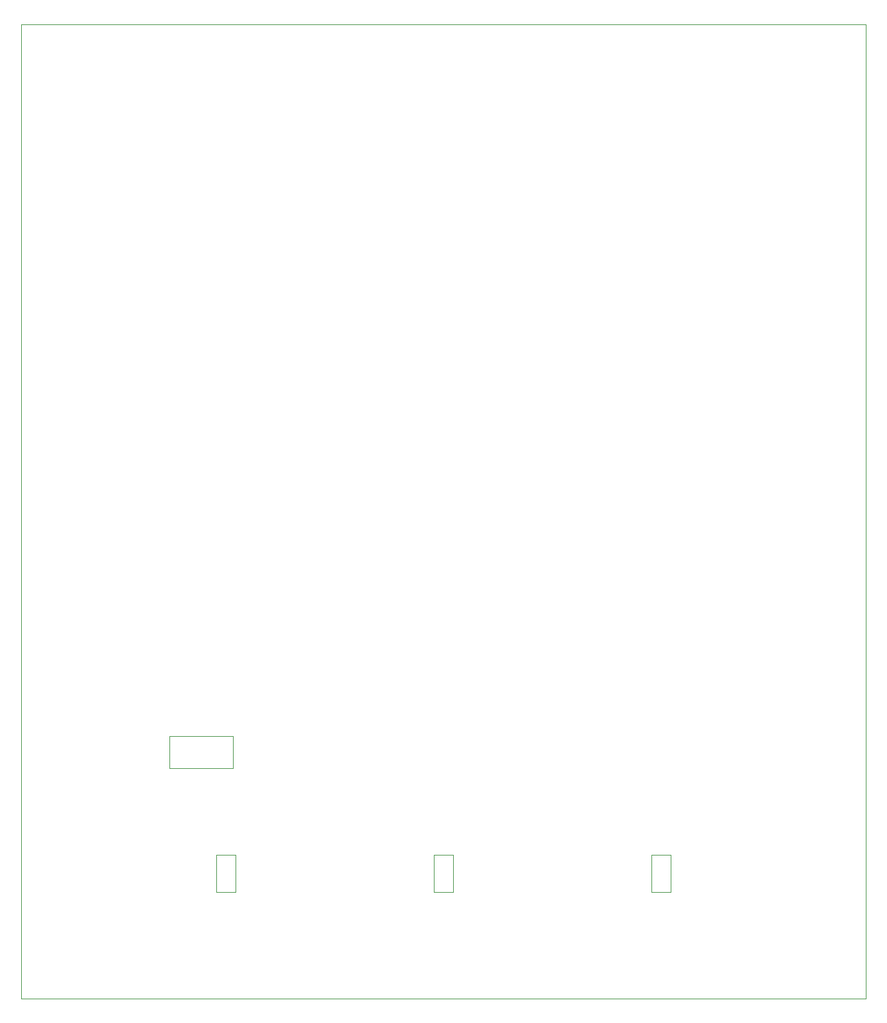
<source format=gbr>
G04 #@! TF.GenerationSoftware,KiCad,Pcbnew,8.0.8*
G04 #@! TF.CreationDate,2025-07-22T13:56:33-07:00*
G04 #@! TF.ProjectId,PBJ_EU,50424a5f-4555-42e6-9b69-6361645f7063,10.4*
G04 #@! TF.SameCoordinates,Original*
G04 #@! TF.FileFunction,Profile,NP*
%FSLAX46Y46*%
G04 Gerber Fmt 4.6, Leading zero omitted, Abs format (unit mm)*
G04 Created by KiCad (PCBNEW 8.0.8) date 2025-07-22 13:56:33*
%MOMM*%
%LPD*%
G01*
G04 APERTURE LIST*
G04 #@! TA.AperFunction,Profile*
%ADD10C,0.050000*%
G04 #@! TD*
G04 #@! TA.AperFunction,Profile*
%ADD11C,0.120000*%
G04 #@! TD*
G04 APERTURE END LIST*
D10*
X40000000Y-158500000D02*
X151400000Y-158500000D01*
X151400000Y-158500000D02*
X151400000Y-30000000D01*
X40000000Y-158500000D02*
X40000000Y-30000000D01*
X40000000Y-30000000D02*
X151400000Y-30000000D01*
D11*
X67950000Y-128100000D02*
X59550000Y-128100000D01*
X59550000Y-123900000D01*
X67950000Y-123900000D01*
X67950000Y-128100000D01*
X94450000Y-139550000D02*
X96950000Y-139550000D01*
X94450000Y-144450000D02*
X94450000Y-139550000D01*
X94450000Y-144450000D02*
X96950000Y-144450000D01*
X96950000Y-144450000D02*
X96950000Y-139550000D01*
X123150000Y-139550000D02*
X125650000Y-139550000D01*
X123150000Y-144450000D02*
X123150000Y-139550000D01*
X123150000Y-144450000D02*
X125650000Y-144450000D01*
X125650000Y-144450000D02*
X125650000Y-139550000D01*
X65750000Y-139550000D02*
X68250000Y-139550000D01*
X65750000Y-144450000D02*
X65750000Y-139550000D01*
X65750000Y-144450000D02*
X68250000Y-144450000D01*
X68250000Y-144450000D02*
X68250000Y-139550000D01*
M02*

</source>
